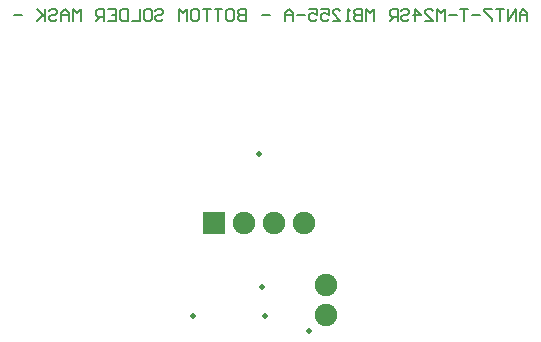
<source format=gbs>
G04 Layer_Color=16711935*
%FSLAX44Y44*%
%MOMM*%
G71*
G01*
G75*
%ADD15C,0.1500*%
%ADD26C,1.9000*%
%ADD27R,1.9000X1.9000*%
%ADD28C,0.5000*%
D15*
X302500Y321000D02*
Y327664D01*
X299168Y330997D01*
X295835Y327664D01*
Y321000D01*
Y325998D01*
X302500D01*
X292503Y321000D02*
Y330997D01*
X285839Y321000D01*
Y330997D01*
X282506D02*
X275842D01*
X279174D01*
Y321000D01*
X272510Y330997D02*
X265845D01*
Y329331D01*
X272510Y322666D01*
Y321000D01*
X262513Y325998D02*
X255848D01*
X252516Y330997D02*
X245852D01*
X249184D01*
Y321000D01*
X242519Y325998D02*
X235855D01*
X232523Y321000D02*
Y330997D01*
X229190Y327664D01*
X225858Y330997D01*
Y321000D01*
X215861D02*
X222526D01*
X215861Y327664D01*
Y329331D01*
X217527Y330997D01*
X220860D01*
X222526Y329331D01*
X207531Y321000D02*
Y330997D01*
X212529Y325998D01*
X205865D01*
X195868Y329331D02*
X197534Y330997D01*
X200866D01*
X202532Y329331D01*
Y327664D01*
X200866Y325998D01*
X197534D01*
X195868Y324332D01*
Y322666D01*
X197534Y321000D01*
X200866D01*
X202532Y322666D01*
X192535Y321000D02*
Y330997D01*
X187537D01*
X185871Y329331D01*
Y325998D01*
X187537Y324332D01*
X192535D01*
X189203D02*
X185871Y321000D01*
X172542D02*
Y330997D01*
X169210Y327664D01*
X165877Y330997D01*
Y321000D01*
X162545Y330997D02*
Y321000D01*
X157547D01*
X155881Y322666D01*
Y324332D01*
X157547Y325998D01*
X162545D01*
X157547D01*
X155881Y327664D01*
Y329331D01*
X157547Y330997D01*
X162545D01*
X152548Y321000D02*
X149216D01*
X150882D01*
Y330997D01*
X152548Y329331D01*
X137553Y321000D02*
X144218D01*
X137553Y327664D01*
Y329331D01*
X139219Y330997D01*
X142551D01*
X144218Y329331D01*
X127556Y330997D02*
X134221D01*
Y325998D01*
X130889Y327664D01*
X129222D01*
X127556Y325998D01*
Y322666D01*
X129222Y321000D01*
X132555D01*
X134221Y322666D01*
X117560Y330997D02*
X124224D01*
Y325998D01*
X120892Y327664D01*
X119226D01*
X117560Y325998D01*
Y322666D01*
X119226Y321000D01*
X122558D01*
X124224Y322666D01*
X114227Y325998D02*
X107563D01*
X104231Y321000D02*
Y327664D01*
X100898Y330997D01*
X97566Y327664D01*
Y321000D01*
Y325998D01*
X104231D01*
X84237D02*
X77572D01*
X64243Y330997D02*
Y321000D01*
X59245D01*
X57579Y322666D01*
Y324332D01*
X59245Y325998D01*
X64243D01*
X59245D01*
X57579Y327664D01*
Y329331D01*
X59245Y330997D01*
X64243D01*
X49248D02*
X52580D01*
X54247Y329331D01*
Y322666D01*
X52580Y321000D01*
X49248D01*
X47582Y322666D01*
Y329331D01*
X49248Y330997D01*
X44250D02*
X37585D01*
X40918D01*
Y321000D01*
X34253Y330997D02*
X27589D01*
X30921D01*
Y321000D01*
X19258Y330997D02*
X22590D01*
X24256Y329331D01*
Y322666D01*
X22590Y321000D01*
X19258D01*
X17592Y322666D01*
Y329331D01*
X19258Y330997D01*
X14260Y321000D02*
Y330997D01*
X10927Y327664D01*
X7595Y330997D01*
Y321000D01*
X-12399Y329331D02*
X-10732Y330997D01*
X-7400D01*
X-5734Y329331D01*
Y327664D01*
X-7400Y325998D01*
X-10732D01*
X-12399Y324332D01*
Y322666D01*
X-10732Y321000D01*
X-7400D01*
X-5734Y322666D01*
X-20729Y330997D02*
X-17397D01*
X-15731Y329331D01*
Y322666D01*
X-17397Y321000D01*
X-20729D01*
X-22395Y322666D01*
Y329331D01*
X-20729Y330997D01*
X-25728D02*
Y321000D01*
X-32392D01*
X-35724Y330997D02*
Y321000D01*
X-40723D01*
X-42389Y322666D01*
Y329331D01*
X-40723Y330997D01*
X-35724D01*
X-52386D02*
X-45721D01*
Y321000D01*
X-52386D01*
X-45721Y325998D02*
X-49053D01*
X-55718Y321000D02*
Y330997D01*
X-60716D01*
X-62382Y329331D01*
Y325998D01*
X-60716Y324332D01*
X-55718D01*
X-59050D02*
X-62382Y321000D01*
X-75711D02*
Y330997D01*
X-79044Y327664D01*
X-82376Y330997D01*
Y321000D01*
X-85708D02*
Y327664D01*
X-89040Y330997D01*
X-92373Y327664D01*
Y321000D01*
Y325998D01*
X-85708D01*
X-102369Y329331D02*
X-100703Y330997D01*
X-97371D01*
X-95705Y329331D01*
Y327664D01*
X-97371Y325998D01*
X-100703D01*
X-102369Y324332D01*
Y322666D01*
X-100703Y321000D01*
X-97371D01*
X-95705Y322666D01*
X-105702Y330997D02*
Y321000D01*
Y324332D01*
X-112366Y330997D01*
X-107368Y325998D01*
X-112366Y321000D01*
X-125695Y325998D02*
X-132360D01*
D26*
X131800Y97600D02*
D03*
Y72200D02*
D03*
X113100Y150000D02*
D03*
X87700D02*
D03*
X62300D02*
D03*
D27*
X36900D02*
D03*
D28*
X75000Y207980D02*
D03*
X19300Y70700D02*
D03*
X78000Y96000D02*
D03*
X117500Y58500D02*
D03*
X80500Y71000D02*
D03*
M02*

</source>
